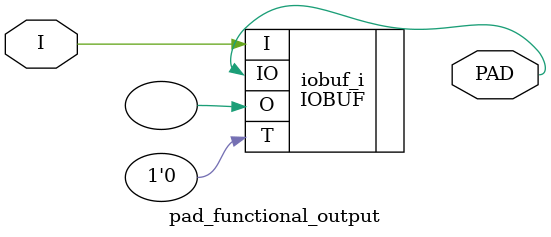
<source format=sv>


module pad_functional_pd
(
   input  logic             OEN,
   input  logic             I,
   output logic             O,
   input  logic             PEN,
   inout  logic             PAD
);

  (* PULLDOWN = "YES" *)
  IOBUF iobuf_i (
    .T ( OEN ),
    .I ( I    ),
    .O ( O    ),
    .IO( PAD  )
  );

endmodule

module pad_functional_pu
(
   input  logic             OEN,
   input  logic             I,
   output logic             O,
   input  logic             PEN,
   inout  logic             PAD
);

  (* PULLUP = "YES" *)
  IOBUF iobuf_i (
    .T ( OEN ),
    .I ( I    ),
    .O ( O    ),
    .IO( PAD  )
  );

endmodule

//module pad_functional_input
//(
//   output logic             O,
//   input  logic             PAD
//);
//
//  IBUF ibuf_i (
//    .O ( O    ),
//    .I ( PAD  )
//  );
//
//endmodule
//
//module pad_functional_output
//(
//  input logic       I,
//  output logic      PAD
//);
//
// OBUF obuf_i (
//  .I(I),
//  .O(PAD)
// );
//
//endmodule

module pad_functional_input
(
  output logic O,
  input  logic PAD
);

  (* PULLDOWN = "YES" *)
  IOBUF iobuf_i (
    .T  ( 1'b1 ),
    .I  (      ),
    .O  ( O    ),
    .IO ( PAD  )
    );

endmodule

module pad_functional_output
(
  input  logic I,
  output logic PAD
);

  IOBUF iobuf_i (
    .T  ( 1'b0 ),
    .I  ( I    ),
    .O  (      ),
    .IO ( PAD  )
    );

endmodule
</source>
